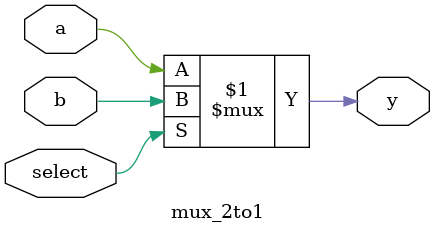
<source format=v>
`timescale 1ns / 1ps

//we will be implementing 2x1 mux
module mux_2to1(
    input a,b,  //taking two inputs 
    input select, //taking ne select line
    output y     //taking an output
    );
    assign y= select ? b : a;  //select b if y is 1;
                               //select a if y is 0;
    
    
endmodule

</source>
